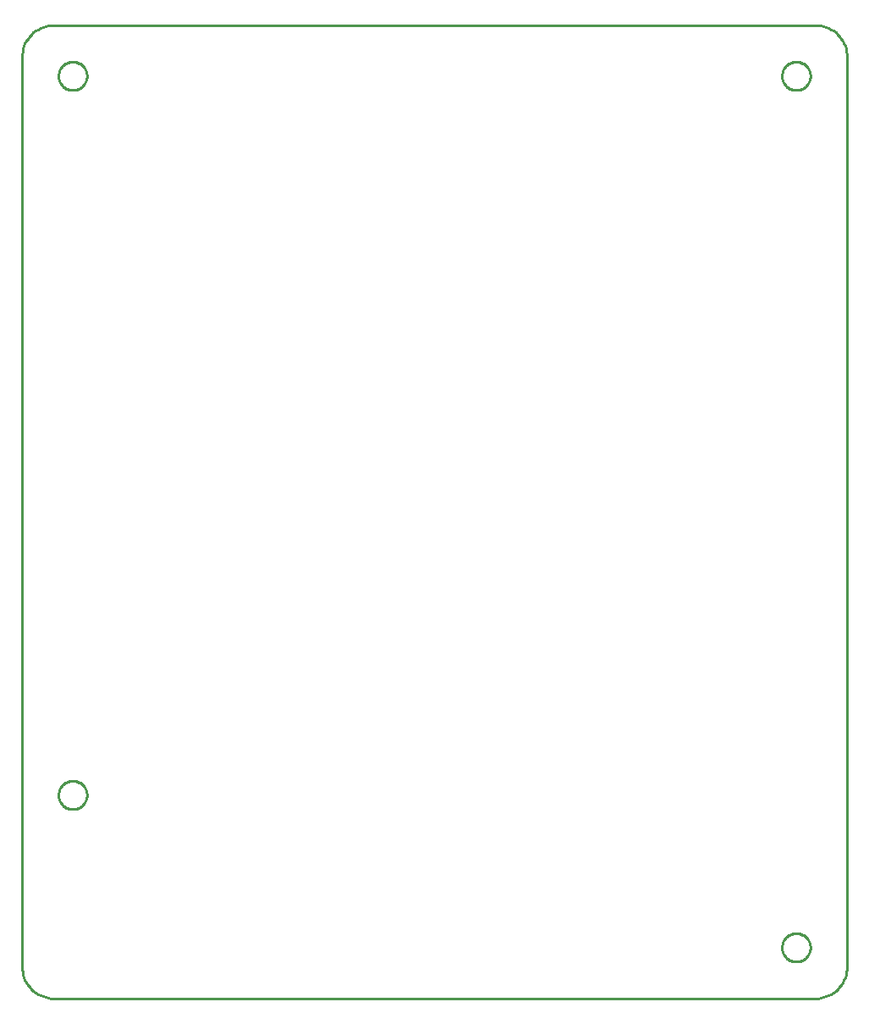
<source format=gbr>
G04 EAGLE Gerber RS-274X export*
G75*
%MOIN*%
%FSLAX34Y34*%
%LPD*%
%IN*%
%IPPOS*%
%AMOC8*
5,1,8,0,0,1.08239X$1,22.5*%
G01*
%ADD10C,0.010000*%


D10*
X0Y1250D02*
X5Y1141D01*
X19Y1033D01*
X43Y926D01*
X75Y822D01*
X117Y722D01*
X167Y625D01*
X226Y533D01*
X292Y447D01*
X366Y366D01*
X447Y292D01*
X533Y226D01*
X625Y167D01*
X722Y117D01*
X822Y75D01*
X926Y43D01*
X1033Y19D01*
X1141Y5D01*
X1250Y0D01*
X31250Y0D01*
X31359Y5D01*
X31467Y19D01*
X31574Y43D01*
X31678Y75D01*
X31778Y117D01*
X31875Y167D01*
X31967Y226D01*
X32053Y292D01*
X32134Y366D01*
X32208Y447D01*
X32274Y533D01*
X32333Y625D01*
X32383Y722D01*
X32425Y822D01*
X32457Y926D01*
X32481Y1033D01*
X32495Y1141D01*
X32500Y1250D01*
X32500Y37050D01*
X32495Y37159D01*
X32481Y37267D01*
X32457Y37374D01*
X32425Y37478D01*
X32383Y37578D01*
X32333Y37675D01*
X32274Y37767D01*
X32208Y37853D01*
X32134Y37934D01*
X32053Y38008D01*
X31967Y38074D01*
X31875Y38133D01*
X31778Y38183D01*
X31678Y38225D01*
X31574Y38257D01*
X31467Y38281D01*
X31359Y38295D01*
X31250Y38300D01*
X1250Y38300D01*
X1141Y38295D01*
X1033Y38281D01*
X926Y38257D01*
X822Y38225D01*
X722Y38183D01*
X625Y38133D01*
X533Y38074D01*
X447Y38008D01*
X366Y37934D01*
X292Y37853D01*
X226Y37767D01*
X167Y37675D01*
X117Y37578D01*
X75Y37478D01*
X43Y37374D01*
X19Y37267D01*
X5Y37159D01*
X0Y37050D01*
X0Y1250D01*
X31060Y36280D02*
X31057Y36240D01*
X31051Y36200D01*
X31043Y36161D01*
X31032Y36123D01*
X31018Y36086D01*
X31001Y36049D01*
X30982Y36014D01*
X30960Y35980D01*
X30936Y35948D01*
X30910Y35918D01*
X30882Y35890D01*
X30852Y35864D01*
X30820Y35840D01*
X30786Y35818D01*
X30751Y35799D01*
X30714Y35782D01*
X30677Y35768D01*
X30639Y35757D01*
X30600Y35749D01*
X30560Y35743D01*
X30520Y35740D01*
X30480Y35740D01*
X30440Y35743D01*
X30400Y35749D01*
X30361Y35757D01*
X30323Y35768D01*
X30286Y35782D01*
X30249Y35799D01*
X30214Y35818D01*
X30180Y35840D01*
X30148Y35864D01*
X30118Y35890D01*
X30090Y35918D01*
X30064Y35948D01*
X30040Y35980D01*
X30018Y36014D01*
X29999Y36049D01*
X29982Y36086D01*
X29968Y36123D01*
X29957Y36161D01*
X29949Y36200D01*
X29943Y36240D01*
X29940Y36280D01*
X29940Y36320D01*
X29943Y36360D01*
X29949Y36400D01*
X29957Y36439D01*
X29968Y36477D01*
X29982Y36514D01*
X29999Y36551D01*
X30018Y36586D01*
X30040Y36620D01*
X30064Y36652D01*
X30090Y36682D01*
X30118Y36710D01*
X30148Y36736D01*
X30180Y36760D01*
X30214Y36782D01*
X30249Y36801D01*
X30286Y36818D01*
X30323Y36832D01*
X30361Y36843D01*
X30400Y36851D01*
X30440Y36857D01*
X30480Y36860D01*
X30520Y36860D01*
X30560Y36857D01*
X30600Y36851D01*
X30639Y36843D01*
X30677Y36832D01*
X30714Y36818D01*
X30751Y36801D01*
X30786Y36782D01*
X30820Y36760D01*
X30852Y36736D01*
X30882Y36710D01*
X30910Y36682D01*
X30936Y36652D01*
X30960Y36620D01*
X30982Y36586D01*
X31001Y36551D01*
X31018Y36514D01*
X31032Y36477D01*
X31043Y36439D01*
X31051Y36400D01*
X31057Y36360D01*
X31060Y36320D01*
X31060Y36280D01*
X2560Y7980D02*
X2557Y7940D01*
X2551Y7900D01*
X2543Y7861D01*
X2532Y7823D01*
X2518Y7786D01*
X2501Y7749D01*
X2482Y7714D01*
X2460Y7680D01*
X2436Y7648D01*
X2410Y7618D01*
X2382Y7590D01*
X2352Y7564D01*
X2320Y7540D01*
X2286Y7518D01*
X2251Y7499D01*
X2214Y7482D01*
X2177Y7468D01*
X2139Y7457D01*
X2100Y7449D01*
X2060Y7443D01*
X2020Y7440D01*
X1980Y7440D01*
X1940Y7443D01*
X1900Y7449D01*
X1861Y7457D01*
X1823Y7468D01*
X1786Y7482D01*
X1749Y7499D01*
X1714Y7518D01*
X1680Y7540D01*
X1648Y7564D01*
X1618Y7590D01*
X1590Y7618D01*
X1564Y7648D01*
X1540Y7680D01*
X1518Y7714D01*
X1499Y7749D01*
X1482Y7786D01*
X1468Y7823D01*
X1457Y7861D01*
X1449Y7900D01*
X1443Y7940D01*
X1440Y7980D01*
X1440Y8020D01*
X1443Y8060D01*
X1449Y8100D01*
X1457Y8139D01*
X1468Y8177D01*
X1482Y8214D01*
X1499Y8251D01*
X1518Y8286D01*
X1540Y8320D01*
X1564Y8352D01*
X1590Y8382D01*
X1618Y8410D01*
X1648Y8436D01*
X1680Y8460D01*
X1714Y8482D01*
X1749Y8501D01*
X1786Y8518D01*
X1823Y8532D01*
X1861Y8543D01*
X1900Y8551D01*
X1940Y8557D01*
X1980Y8560D01*
X2020Y8560D01*
X2060Y8557D01*
X2100Y8551D01*
X2139Y8543D01*
X2177Y8532D01*
X2214Y8518D01*
X2251Y8501D01*
X2286Y8482D01*
X2320Y8460D01*
X2352Y8436D01*
X2382Y8410D01*
X2410Y8382D01*
X2436Y8352D01*
X2460Y8320D01*
X2482Y8286D01*
X2501Y8251D01*
X2518Y8214D01*
X2532Y8177D01*
X2543Y8139D01*
X2551Y8100D01*
X2557Y8060D01*
X2560Y8020D01*
X2560Y7980D01*
X2560Y36280D02*
X2557Y36240D01*
X2551Y36200D01*
X2543Y36161D01*
X2532Y36123D01*
X2518Y36086D01*
X2501Y36049D01*
X2482Y36014D01*
X2460Y35980D01*
X2436Y35948D01*
X2410Y35918D01*
X2382Y35890D01*
X2352Y35864D01*
X2320Y35840D01*
X2286Y35818D01*
X2251Y35799D01*
X2214Y35782D01*
X2177Y35768D01*
X2139Y35757D01*
X2100Y35749D01*
X2060Y35743D01*
X2020Y35740D01*
X1980Y35740D01*
X1940Y35743D01*
X1900Y35749D01*
X1861Y35757D01*
X1823Y35768D01*
X1786Y35782D01*
X1749Y35799D01*
X1714Y35818D01*
X1680Y35840D01*
X1648Y35864D01*
X1618Y35890D01*
X1590Y35918D01*
X1564Y35948D01*
X1540Y35980D01*
X1518Y36014D01*
X1499Y36049D01*
X1482Y36086D01*
X1468Y36123D01*
X1457Y36161D01*
X1449Y36200D01*
X1443Y36240D01*
X1440Y36280D01*
X1440Y36320D01*
X1443Y36360D01*
X1449Y36400D01*
X1457Y36439D01*
X1468Y36477D01*
X1482Y36514D01*
X1499Y36551D01*
X1518Y36586D01*
X1540Y36620D01*
X1564Y36652D01*
X1590Y36682D01*
X1618Y36710D01*
X1648Y36736D01*
X1680Y36760D01*
X1714Y36782D01*
X1749Y36801D01*
X1786Y36818D01*
X1823Y36832D01*
X1861Y36843D01*
X1900Y36851D01*
X1940Y36857D01*
X1980Y36860D01*
X2020Y36860D01*
X2060Y36857D01*
X2100Y36851D01*
X2139Y36843D01*
X2177Y36832D01*
X2214Y36818D01*
X2251Y36801D01*
X2286Y36782D01*
X2320Y36760D01*
X2352Y36736D01*
X2382Y36710D01*
X2410Y36682D01*
X2436Y36652D01*
X2460Y36620D01*
X2482Y36586D01*
X2501Y36551D01*
X2518Y36514D01*
X2532Y36477D01*
X2543Y36439D01*
X2551Y36400D01*
X2557Y36360D01*
X2560Y36320D01*
X2560Y36280D01*
X31060Y1980D02*
X31057Y1940D01*
X31051Y1900D01*
X31043Y1861D01*
X31032Y1823D01*
X31018Y1786D01*
X31001Y1749D01*
X30982Y1714D01*
X30960Y1680D01*
X30936Y1648D01*
X30910Y1618D01*
X30882Y1590D01*
X30852Y1564D01*
X30820Y1540D01*
X30786Y1518D01*
X30751Y1499D01*
X30714Y1482D01*
X30677Y1468D01*
X30639Y1457D01*
X30600Y1449D01*
X30560Y1443D01*
X30520Y1440D01*
X30480Y1440D01*
X30440Y1443D01*
X30400Y1449D01*
X30361Y1457D01*
X30323Y1468D01*
X30286Y1482D01*
X30249Y1499D01*
X30214Y1518D01*
X30180Y1540D01*
X30148Y1564D01*
X30118Y1590D01*
X30090Y1618D01*
X30064Y1648D01*
X30040Y1680D01*
X30018Y1714D01*
X29999Y1749D01*
X29982Y1786D01*
X29968Y1823D01*
X29957Y1861D01*
X29949Y1900D01*
X29943Y1940D01*
X29940Y1980D01*
X29940Y2020D01*
X29943Y2060D01*
X29949Y2100D01*
X29957Y2139D01*
X29968Y2177D01*
X29982Y2214D01*
X29999Y2251D01*
X30018Y2286D01*
X30040Y2320D01*
X30064Y2352D01*
X30090Y2382D01*
X30118Y2410D01*
X30148Y2436D01*
X30180Y2460D01*
X30214Y2482D01*
X30249Y2501D01*
X30286Y2518D01*
X30323Y2532D01*
X30361Y2543D01*
X30400Y2551D01*
X30440Y2557D01*
X30480Y2560D01*
X30520Y2560D01*
X30560Y2557D01*
X30600Y2551D01*
X30639Y2543D01*
X30677Y2532D01*
X30714Y2518D01*
X30751Y2501D01*
X30786Y2482D01*
X30820Y2460D01*
X30852Y2436D01*
X30882Y2410D01*
X30910Y2382D01*
X30936Y2352D01*
X30960Y2320D01*
X30982Y2286D01*
X31001Y2251D01*
X31018Y2214D01*
X31032Y2177D01*
X31043Y2139D01*
X31051Y2100D01*
X31057Y2060D01*
X31060Y2020D01*
X31060Y1980D01*
M02*

</source>
